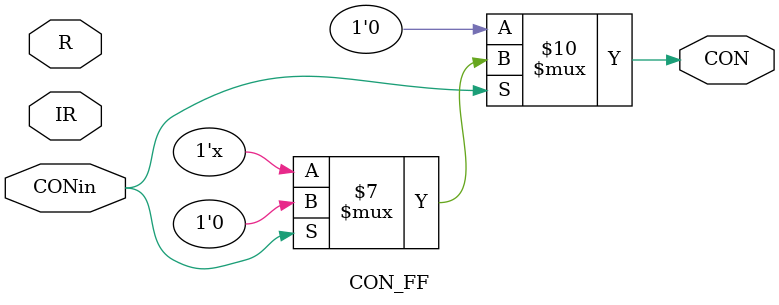
<source format=v>
`timescale 1ns/10ps
module CON_FF (
    input [3:0] IR,      // Instruction Register bits 22-19
    input signed [31:0] R, // Register R[Ra] value (signed for handling negative)
    input CONin,           // Enable signal from Control Unit
    output reg CON        // Conditional flag for branch
);

    // Always block to evaluate the condition based on IR[22:19] and R[Ra]
    always @(*) begin
        if (CONin) begin
            case (IR[22:19]) // Check the C2 field (4 bits)
                4'b0000: CON = (R == 32'b0);   // brzr: branch if zero
                4'b0001: CON = (R != 32'b0);   // brnz: branch if non-zero
                4'b0010: CON = (R[31] == 1'b0); // brpl: branch if positive (R > 0)
                4'b0011: CON = (R[31] == 1'b1); // brmi: branch if negative (R < 0)
                default: CON = 1'b0; // No branch for other values (default)
            endcase
        end else begin
            CON = 1'b0; // If CONin is not enabled, no branch
        end
    end

endmodule

</source>
